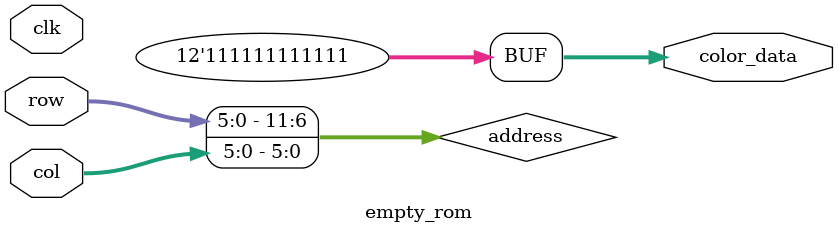
<source format=v>
module empty_rom
	(
		input wire clk,
		input wire [5:0] row,
		input wire [5:0] col,
		output reg [11:0] color_data
	);

	(* rom_style = "block" *)

	//signal declaration
	reg [5:0] row_reg;
	reg [5:0] col_reg;

	always @(posedge clk)
		begin
		row_reg <= row;
		col_reg <= col;
		end
	wire [11:0] address = {row, col};
	always @(*) begin
		case(address)
			default: color_data = 12'b1111_1111_1111;
		endcase
	end
endmodule
</source>
